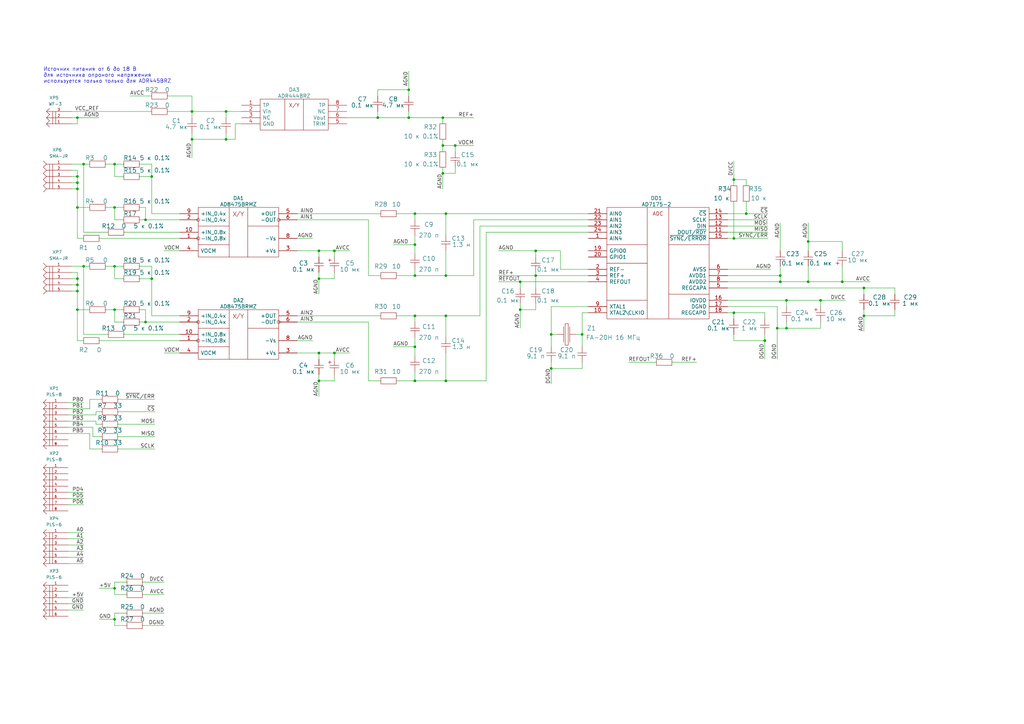
<source format=kicad_sch>
(kicad_sch (version 20211123) (generator eeschema)
  (paper "A3")
  (junction (at 331.47 99.06))
  (junction (at 62.23 72.39))
  (junction (at 181.61 59.69))
  (junction (at 219.71 113.03))
  (junction (at 313.69 139.7))
  (junction (at 336.55 123.19))
  (junction (at 300.99 73.66))
  (junction (at 130.81 114.3))
  (junction (at 137.16 102.87))
  (junction (at 59.69 132.08))
  (junction (at 322.58 123.19))
  (junction (at 170.18 100.33))
  (junction (at 181.61 71.12))
  (junction (at 31.75 85.09))
  (junction (at 46.99 85.09))
  (junction (at 170.18 156.21))
  (junction (at 182.88 156.21))
  (junction (at 170.18 142.24))
  (junction (at 170.18 113.03))
  (junction (at 167.64 36.83))
  (junction (at 322.58 134.62))
  (junction (at 137.16 144.78))
  (junction (at 34.29 109.22))
  (junction (at 46.99 109.22))
  (junction (at 62.23 114.3))
  (junction (at 34.29 67.31))
  (junction (at 31.75 127))
  (junction (at 345.44 115.57))
  (junction (at 92.71 45.72))
  (junction (at 320.04 115.57))
  (junction (at 354.33 129.54))
  (junction (at 238.76 137.16))
  (junction (at 46.99 254))
  (junction (at 181.61 48.26))
  (junction (at 31.75 74.93))
  (junction (at 31.75 48.26))
  (junction (at 331.47 115.57))
  (junction (at 31.75 77.47))
  (junction (at 130.81 156.21))
  (junction (at 31.75 116.84))
  (junction (at 130.81 144.78))
  (junction (at 92.71 57.15))
  (junction (at 46.99 67.31))
  (junction (at 213.36 127))
  (junction (at 213.36 115.57))
  (junction (at 354.33 118.11))
  (junction (at 46.99 241.3))
  (junction (at 182.88 87.63))
  (junction (at 226.06 151.13))
  (junction (at 170.18 129.54))
  (junction (at 31.75 114.3))
  (junction (at 78.74 45.72))
  (junction (at 59.69 90.17))
  (junction (at 186.69 59.69))
  (junction (at 226.06 137.16))
  (junction (at 46.99 127))
  (junction (at 182.88 129.54))
  (junction (at 154.94 48.26))
  (junction (at 130.81 102.87))
  (junction (at 306.07 87.63))
  (junction (at 320.04 113.03))
  (junction (at 318.77 134.62))
  (junction (at 300.99 97.79))
  (junction (at 31.75 72.39))
  (junction (at 78.74 57.15))
  (junction (at 170.18 87.63))
  (junction (at 167.64 48.26))
  (junction (at 219.71 102.87))
  (junction (at 300.99 128.27))
  (junction (at 182.88 113.03))
  (junction (at 31.75 119.38))
  (wire (pts (xy 213.36 124.46) (xy 213.36 127)))
  (wire (pts (xy 186.69 71.12) (xy 181.61 71.12)))
  (wire (pts (xy 367.03 129.54) (xy 367.03 127)))
  (wire (pts (xy 186.69 68.58) (xy 186.69 71.12)))
  (wire (pts (xy 29.21 77.47) (xy 31.75 77.47)))
  (wire (pts (xy 181.61 59.69) (xy 181.61 62.23)))
  (wire (pts (xy 298.45 97.79) (xy 300.99 97.79)))
  (wire (pts (xy 46.99 132.08) (xy 46.99 127)))
  (wire (pts (xy 50.8 137.16) (xy 73.66 137.16)))
  (wire (pts (xy 367.03 118.11) (xy 367.03 120.65)))
  (wire (pts (xy 96.52 50.8) (xy 96.52 57.15)))
  (wire (pts (xy 137.16 114.3) (xy 137.16 111.76)))
  (wire (pts (xy 27.94 231.14) (xy 34.29 231.14)))
  (wire (pts (xy 213.36 115.57) (xy 241.3 115.57)))
  (wire (pts (xy 336.55 123.19) (xy 346.71 123.19)))
  (wire (pts (xy 306.07 82.55) (xy 306.07 87.63)))
  (wire (pts (xy 322.58 123.19) (xy 322.58 125.73)))
  (wire (pts (xy 38.1 179.07) (xy 41.91 179.07)))
  (wire (pts (xy 156.21 129.54) (xy 121.92 129.54)))
  (wire (pts (xy 345.44 109.22) (xy 345.44 115.57)))
  (wire (pts (xy 46.99 127) (xy 50.8 127)))
  (wire (pts (xy 154.94 45.72) (xy 154.94 48.26)))
  (wire (pts (xy 298.45 115.57) (xy 320.04 115.57)))
  (wire (pts (xy 46.99 238.76) (xy 46.99 241.3)))
  (wire (pts (xy 182.88 87.63) (xy 182.88 96.52)))
  (wire (pts (xy 154.94 36.83) (xy 167.64 36.83)))
  (wire (pts (xy 27.94 223.52) (xy 34.29 223.52)))
  (wire (pts (xy 130.81 111.76) (xy 130.81 114.3)))
  (wire (pts (xy 130.81 144.78) (xy 130.81 147.32)))
  (wire (pts (xy 313.69 137.16) (xy 313.69 139.7)))
  (wire (pts (xy 57.15 72.39) (xy 62.23 72.39)))
  (wire (pts (xy 57.15 114.3) (xy 62.23 114.3)))
  (wire (pts (xy 29.21 114.3) (xy 31.75 114.3)))
  (wire (pts (xy 331.47 91.44) (xy 331.47 99.06)))
  (wire (pts (xy 34.29 95.25) (xy 44.45 95.25)))
  (wire (pts (xy 336.55 134.62) (xy 336.55 132.08)))
  (wire (pts (xy 27.94 167.64) (xy 36.83 167.64)))
  (wire (pts (xy 68.58 39.37) (xy 78.74 39.37)))
  (wire (pts (xy 78.74 45.72) (xy 92.71 45.72)))
  (wire (pts (xy 59.69 85.09) (xy 59.69 90.17)))
  (wire (pts (xy 27.94 207.01) (xy 34.29 207.01)))
  (wire (pts (xy 161.29 142.24) (xy 170.18 142.24)))
  (wire (pts (xy 46.99 85.09) (xy 50.8 85.09)))
  (wire (pts (xy 48.26 173.99) (xy 63.5 173.99)))
  (wire (pts (xy 57.15 132.08) (xy 59.69 132.08)))
  (wire (pts (xy 226.06 151.13) (xy 238.76 151.13)))
  (wire (pts (xy 204.47 102.87) (xy 219.71 102.87)))
  (wire (pts (xy 96.52 57.15) (xy 92.71 57.15)))
  (wire (pts (xy 31.75 97.79) (xy 34.29 97.79)))
  (wire (pts (xy 130.81 153.67) (xy 130.81 156.21)))
  (wire (pts (xy 170.18 156.21) (xy 182.88 156.21)))
  (wire (pts (xy 46.99 238.76) (xy 52.07 238.76)))
  (wire (pts (xy 31.75 69.85) (xy 31.75 72.39)))
  (wire (pts (xy 238.76 128.27) (xy 238.76 137.16)))
  (wire (pts (xy 170.18 90.17) (xy 170.18 87.63)))
  (wire (pts (xy 318.77 134.62) (xy 318.77 147.32)))
  (wire (pts (xy 316.23 110.49) (xy 298.45 110.49)))
  (wire (pts (xy 182.88 102.87) (xy 182.88 113.03)))
  (wire (pts (xy 27.94 172.72) (xy 39.37 172.72)))
  (wire (pts (xy 46.99 251.46) (xy 52.07 251.46)))
  (wire (pts (xy 130.81 156.21) (xy 137.16 156.21)))
  (wire (pts (xy 46.99 90.17) (xy 50.8 90.17)))
  (wire (pts (xy 58.42 256.54) (xy 67.31 256.54)))
  (wire (pts (xy 48.26 168.91) (xy 63.5 168.91)))
  (wire (pts (xy 167.64 48.26) (xy 181.61 48.26)))
  (wire (pts (xy 38.1 175.26) (xy 38.1 179.07)))
  (wire (pts (xy 213.36 118.11) (xy 213.36 115.57)))
  (wire (pts (xy 39.37 172.72) (xy 39.37 173.99)))
  (wire (pts (xy 130.81 114.3) (xy 130.81 120.65)))
  (wire (pts (xy 182.88 129.54) (xy 196.85 129.54)))
  (wire (pts (xy 130.81 156.21) (xy 130.81 162.56)))
  (wire (pts (xy 27.94 201.93) (xy 34.29 201.93)))
  (wire (pts (xy 62.23 114.3) (xy 62.23 129.54)))
  (wire (pts (xy 36.83 167.64) (xy 36.83 163.83)))
  (wire (pts (xy 31.75 116.84) (xy 31.75 119.38)))
  (wire (pts (xy 306.07 73.66) (xy 306.07 76.2)))
  (wire (pts (xy 181.61 59.69) (xy 186.69 59.69)))
  (wire (pts (xy 59.69 90.17) (xy 73.66 90.17)))
  (wire (pts (xy 151.13 90.17) (xy 151.13 113.03)))
  (wire (pts (xy 59.69 127) (xy 59.69 132.08)))
  (wire (pts (xy 50.8 95.25) (xy 73.66 95.25)))
  (wire (pts (xy 58.42 243.84) (xy 67.31 243.84)))
  (wire (pts (xy 78.74 39.37) (xy 78.74 45.72)))
  (wire (pts (xy 31.75 50.8) (xy 31.75 48.26)))
  (wire (pts (xy 318.77 134.62) (xy 322.58 134.62)))
  (wire (pts (xy 29.21 48.26) (xy 31.75 48.26)))
  (wire (pts (xy 137.16 156.21) (xy 137.16 153.67)))
  (wire (pts (xy 130.81 102.87) (xy 130.81 105.41)))
  (wire (pts (xy 57.15 67.31) (xy 62.23 67.31)))
  (wire (pts (xy 99.06 50.8) (xy 96.52 50.8)))
  (wire (pts (xy 78.74 54.61) (xy 78.74 57.15)))
  (wire (pts (xy 182.88 87.63) (xy 241.3 87.63)))
  (wire (pts (xy 199.39 95.25) (xy 241.3 95.25)))
  (wire (pts (xy 29.21 111.76) (xy 31.75 111.76)))
  (wire (pts (xy 121.92 144.78) (xy 130.81 144.78)))
  (wire (pts (xy 59.69 132.08) (xy 73.66 132.08)))
  (wire (pts (xy 62.23 39.37) (xy 53.34 39.37)))
  (wire (pts (xy 130.81 144.78) (xy 137.16 144.78)))
  (wire (pts (xy 27.94 220.98) (xy 34.29 220.98)))
  (wire (pts (xy 68.58 45.72) (xy 78.74 45.72)))
  (wire (pts (xy 92.71 57.15) (xy 78.74 57.15)))
  (wire (pts (xy 39.37 170.18) (xy 39.37 168.91)))
  (wire (pts (xy 322.58 134.62) (xy 336.55 134.62)))
  (wire (pts (xy 40.64 241.3) (xy 46.99 241.3)))
  (wire (pts (xy 300.99 139.7) (xy 313.69 139.7)))
  (wire (pts (xy 27.94 228.6) (xy 34.29 228.6)))
  (wire (pts (xy 226.06 125.73) (xy 226.06 137.16)))
  (wire (pts (xy 43.18 67.31) (xy 46.99 67.31)))
  (wire (pts (xy 170.18 110.49) (xy 170.18 113.03)))
  (wire (pts (xy 226.06 151.13) (xy 226.06 157.48)))
  (wire (pts (xy 29.21 119.38) (xy 31.75 119.38)))
  (wire (pts (xy 322.58 132.08) (xy 322.58 134.62)))
  (wire (pts (xy 226.06 148.59) (xy 226.06 151.13)))
  (wire (pts (xy 48.26 184.15) (xy 63.5 184.15)))
  (wire (pts (xy 313.69 128.27) (xy 313.69 130.81)))
  (wire (pts (xy 229.87 110.49) (xy 241.3 110.49)))
  (wire (pts (xy 298.45 128.27) (xy 300.99 128.27)))
  (wire (pts (xy 40.64 139.7) (xy 73.66 139.7)))
  (wire (pts (xy 300.99 73.66) (xy 300.99 76.2)))
  (wire (pts (xy 331.47 99.06) (xy 345.44 99.06)))
  (wire (pts (xy 36.83 163.83) (xy 41.91 163.83)))
  (wire (pts (xy 121.92 87.63) (xy 156.21 87.63)))
  (wire (pts (xy 170.18 96.52) (xy 170.18 100.33)))
  (wire (pts (xy 186.69 59.69) (xy 194.31 59.69)))
  (wire (pts (xy 27.94 218.44) (xy 34.29 218.44)))
  (wire (pts (xy 298.45 95.25) (xy 314.96 95.25)))
  (wire (pts (xy 57.15 90.17) (xy 59.69 90.17)))
  (wire (pts (xy 29.21 74.93) (xy 31.75 74.93)))
  (wire (pts (xy 46.99 114.3) (xy 46.99 109.22)))
  (wire (pts (xy 241.3 125.73) (xy 226.06 125.73)))
  (wire (pts (xy 167.64 36.83) (xy 167.64 39.37)))
  (wire (pts (xy 46.99 254) (xy 46.99 256.54)))
  (wire (pts (xy 137.16 144.78) (xy 143.51 144.78)))
  (wire (pts (xy 354.33 118.11) (xy 367.03 118.11)))
  (wire (pts (xy 345.44 99.06) (xy 345.44 102.87)))
  (wire (pts (xy 36.83 177.8) (xy 36.83 184.15)))
  (wire (pts (xy 196.85 129.54) (xy 196.85 92.71)))
  (wire (pts (xy 46.99 90.17) (xy 46.99 85.09)))
  (wire (pts (xy 29.21 72.39) (xy 31.75 72.39)))
  (wire (pts (xy 300.99 82.55) (xy 300.99 97.79)))
  (wire (pts (xy 213.36 127) (xy 213.36 134.62)))
  (wire (pts (xy 29.21 45.72) (xy 62.23 45.72)))
  (wire (pts (xy 151.13 156.21) (xy 156.21 156.21)))
  (wire (pts (xy 27.94 170.18) (xy 39.37 170.18)))
  (wire (pts (xy 204.47 115.57) (xy 213.36 115.57)))
  (wire (pts (xy 331.47 115.57) (xy 345.44 115.57)))
  (wire (pts (xy 182.88 129.54) (xy 182.88 138.43)))
  (wire (pts (xy 170.18 152.4) (xy 170.18 156.21)))
  (wire (pts (xy 27.94 250.19) (xy 34.29 250.19)))
  (wire (pts (xy 219.71 102.87) (xy 229.87 102.87)))
  (wire (pts (xy 36.83 184.15) (xy 41.91 184.15)))
  (wire (pts (xy 298.45 125.73) (xy 318.77 125.73)))
  (wire (pts (xy 39.37 173.99) (xy 41.91 173.99)))
  (wire (pts (xy 121.92 132.08) (xy 151.13 132.08)))
  (wire (pts (xy 196.85 92.71) (xy 241.3 92.71)))
  (wire (pts (xy 238.76 137.16) (xy 238.76 142.24)))
  (wire (pts (xy 186.69 62.23) (xy 186.69 59.69)))
  (wire (pts (xy 57.15 127) (xy 59.69 127)))
  (wire (pts (xy 219.71 127) (xy 213.36 127)))
  (wire (pts (xy 46.99 67.31) (xy 50.8 67.31)))
  (wire (pts (xy 34.29 109.22) (xy 34.29 137.16)))
  (wire (pts (xy 137.16 147.32) (xy 137.16 144.78)))
  (wire (pts (xy 331.47 99.06) (xy 331.47 102.87)))
  (wire (pts (xy 151.13 132.08) (xy 151.13 156.21)))
  (wire (pts (xy 31.75 111.76) (xy 31.75 114.3)))
  (wire (pts (xy 40.64 97.79) (xy 73.66 97.79)))
  (wire (pts (xy 62.23 87.63) (xy 73.66 87.63)))
  (wire (pts (xy 320.04 113.03) (xy 320.04 115.57)))
  (wire (pts (xy 29.21 69.85) (xy 31.75 69.85)))
  (wire (pts (xy 48.26 179.07) (xy 63.5 179.07)))
  (wire (pts (xy 298.45 113.03) (xy 320.04 113.03)))
  (wire (pts (xy 27.94 175.26) (xy 38.1 175.26)))
  (wire (pts (xy 67.31 144.78) (xy 73.66 144.78)))
  (wire (pts (xy 320.04 109.22) (xy 320.04 113.03)))
  (wire (pts (xy 128.27 139.7) (xy 121.92 139.7)))
  (wire (pts (xy 78.74 45.72) (xy 78.74 48.26)))
  (wire (pts (xy 121.92 102.87) (xy 130.81 102.87)))
  (wire (pts (xy 170.18 100.33) (xy 170.18 104.14)))
  (wire (pts (xy 181.61 57.15) (xy 181.61 59.69)))
  (wire (pts (xy 92.71 54.61) (xy 92.71 57.15)))
  (wire (pts (xy 40.64 254) (xy 46.99 254)))
  (wire (pts (xy 36.83 127) (xy 31.75 127)))
  (wire (pts (xy 151.13 113.03) (xy 156.21 113.03)))
  (wire (pts (xy 182.88 113.03) (xy 194.31 113.03)))
  (wire (pts (xy 34.29 109.22) (xy 36.83 109.22)))
  (wire (pts (xy 46.99 241.3) (xy 46.99 243.84)))
  (wire (pts (xy 238.76 151.13) (xy 238.76 148.59)))
  (wire (pts (xy 300.99 137.16) (xy 300.99 139.7)))
  (wire (pts (xy 27.94 165.1) (xy 34.29 165.1)))
  (wire (pts (xy 43.18 85.09) (xy 46.99 85.09)))
  (wire (pts (xy 62.23 109.22) (xy 62.23 114.3)))
  (wire (pts (xy 167.64 45.72) (xy 167.64 48.26)))
  (wire (pts (xy 31.75 139.7) (xy 34.29 139.7)))
  (wire (pts (xy 300.99 97.79) (xy 314.96 97.79)))
  (wire (pts (xy 257.81 148.59) (xy 269.24 148.59)))
  (wire (pts (xy 219.71 105.41) (xy 219.71 102.87)))
  (wire (pts (xy 62.23 67.31) (xy 62.23 72.39)))
  (wire (pts (xy 130.81 114.3) (xy 137.16 114.3)))
  (wire (pts (xy 130.81 102.87) (xy 137.16 102.87)))
  (wire (pts (xy 182.88 156.21) (xy 199.39 156.21)))
  (wire (pts (xy 298.45 118.11) (xy 354.33 118.11)))
  (wire (pts (xy 154.94 39.37) (xy 154.94 36.83)))
  (wire (pts (xy 162.56 87.63) (xy 170.18 87.63)))
  (wire (pts (xy 354.33 127) (xy 354.33 129.54)))
  (wire (pts (xy 313.69 139.7) (xy 313.69 147.32)))
  (wire (pts (xy 27.94 247.65) (xy 34.29 247.65)))
  (wire (pts (xy 298.45 87.63) (xy 306.07 87.63)))
  (wire (pts (xy 300.99 73.66) (xy 306.07 73.66)))
  (wire (pts (xy 57.15 85.09) (xy 59.69 85.09)))
  (wire (pts (xy 27.94 204.47) (xy 34.29 204.47)))
  (wire (pts (xy 181.61 68.58) (xy 181.61 71.12)))
  (wire (pts (xy 161.29 100.33) (xy 170.18 100.33)))
  (wire (pts (xy 46.99 72.39) (xy 46.99 67.31)))
  (wire (pts (xy 300.99 66.04) (xy 300.99 73.66)))
  (wire (pts (xy 142.24 48.26) (xy 154.94 48.26)))
  (wire (pts (xy 43.18 109.22) (xy 46.99 109.22)))
  (wire (pts (xy 204.47 113.03) (xy 219.71 113.03)))
  (wire (pts (xy 170.18 142.24) (xy 170.18 146.05)))
  (wire (pts (xy 137.16 105.41) (xy 137.16 102.87)))
  (wire (pts (xy 314.96 92.71) (xy 298.45 92.71)))
  (wire (pts (xy 219.71 111.76) (xy 219.71 113.03)))
  (wire (pts (xy 29.21 116.84) (xy 31.75 116.84)))
  (wire (pts (xy 39.37 168.91) (xy 41.91 168.91)))
  (wire (pts (xy 67.31 102.87) (xy 73.66 102.87)))
  (wire (pts (xy 162.56 113.03) (xy 170.18 113.03)))
  (wire (pts (xy 181.61 48.26) (xy 194.31 48.26)))
  (wire (pts (xy 58.42 251.46) (xy 67.31 251.46)))
  (wire (pts (xy 46.99 251.46) (xy 46.99 254)))
  (wire (pts (xy 167.64 29.21) (xy 167.64 36.83)))
  (wire (pts (xy 78.74 57.15) (xy 78.74 64.77)))
  (wire (pts (xy 194.31 90.17) (xy 241.3 90.17)))
  (wire (pts (xy 241.3 128.27) (xy 238.76 128.27)))
  (wire (pts (xy 219.71 113.03) (xy 219.71 118.11)))
  (wire (pts (xy 29.21 109.22) (xy 34.29 109.22)))
  (wire (pts (xy 219.71 113.03) (xy 241.3 113.03)))
  (wire (pts (xy 162.56 129.54) (xy 170.18 129.54)))
  (wire (pts (xy 320.04 115.57) (xy 331.47 115.57)))
  (wire (pts (xy 336.55 125.73) (xy 336.55 123.19)))
  (wire (pts (xy 345.44 115.57) (xy 356.87 115.57)))
  (wire (pts (xy 170.18 138.43) (xy 170.18 142.24)))
  (wire (pts (xy 92.71 45.72) (xy 92.71 48.26)))
  (wire (pts (xy 121.92 90.17) (xy 151.13 90.17)))
  (wire (pts (xy 31.75 85.09) (xy 31.75 97.79)))
  (wire (pts (xy 62.23 129.54) (xy 73.66 129.54)))
  (wire (pts (xy 219.71 124.46) (xy 219.71 127)))
  (wire (pts (xy 306.07 87.63) (xy 314.96 87.63)))
  (wire (pts (xy 170.18 87.63) (xy 182.88 87.63)))
  (wire (pts (xy 226.06 137.16) (xy 226.06 142.24)))
  (wire (pts (xy 354.33 129.54) (xy 354.33 135.89)))
  (wire (pts (xy 354.33 120.65) (xy 354.33 118.11)))
  (wire (pts (xy 322.58 123.19) (xy 336.55 123.19)))
  (wire (pts (xy 170.18 129.54) (xy 182.88 129.54)))
  (wire (pts (xy 27.94 245.11) (xy 34.29 245.11)))
  (wire (pts (xy 154.94 48.26) (xy 167.64 48.26)))
  (wire (pts (xy 31.75 119.38) (xy 31.75 127)))
  (wire (pts (xy 58.42 238.76) (xy 67.31 238.76)))
  (wire (pts (xy 48.26 163.83) (xy 63.5 163.83)))
  (wire (pts (xy 46.99 109.22) (xy 50.8 109.22)))
  (wire (pts (xy 181.61 48.26) (xy 181.61 50.8)))
  (wire (pts (xy 31.75 127) (xy 31.75 139.7)))
  (wire (pts (xy 31.75 114.3) (xy 31.75 116.84)))
  (wire (pts (xy 46.99 72.39) (xy 50.8 72.39)))
  (wire (pts (xy 31.75 77.47) (xy 31.75 85.09)))
  (wire (pts (xy 181.61 71.12) (xy 181.61 77.47)))
  (wire (pts (xy 29.21 50.8) (xy 31.75 50.8)))
  (wire (pts (xy 162.56 156.21) (xy 170.18 156.21)))
  (wire (pts (xy 199.39 156.21) (xy 199.39 95.25)))
  (wire (pts (xy 170.18 113.03) (xy 182.88 113.03)))
  (wire (pts (xy 31.75 74.93) (xy 31.75 77.47)))
  (wire (pts (xy 57.15 109.22) (xy 62.23 109.22)))
  (wire (pts (xy 34.29 67.31) (xy 36.83 67.31)))
  (wire (pts (xy 300.99 130.81) (xy 300.99 128.27)))
  (wire (pts (xy 331.47 115.57) (xy 331.47 109.22)))
  (wire (pts (xy 228.6 137.16) (xy 226.06 137.16)))
  (wire (pts (xy 300.99 128.27) (xy 313.69 128.27)))
  (wire (pts (xy 92.71 45.72) (xy 99.06 45.72)))
  (wire (pts (xy 320.04 102.87) (xy 320.04 91.44)))
  (wire (pts (xy 194.31 113.03) (xy 194.31 90.17)))
  (wire (pts (xy 236.22 137.16) (xy 238.76 137.16)))
  (wire (pts (xy 31.75 48.26) (xy 40.64 48.26)))
  (wire (pts (xy 34.29 67.31) (xy 34.29 95.25)))
  (wire (pts (xy 46.99 132.08) (xy 50.8 132.08)))
  (wire (pts (xy 318.77 125.73) (xy 318.77 134.62)))
  (wire (pts (xy 34.29 137.16) (xy 44.45 137.16)))
  (wire (pts (xy 29.21 67.31) (xy 34.29 67.31)))
  (wire (pts (xy 275.59 148.59) (xy 285.75 148.59)))
  (wire (pts (xy 137.16 102.87) (xy 143.51 102.87)))
  (wire (pts (xy 62.23 72.39) (xy 62.23 87.63)))
  (wire (pts (xy 46.99 256.54) (xy 52.07 256.54)))
  (wire (pts (xy 31.75 72.39) (xy 31.75 74.93)))
  (wire (pts (xy 27.94 177.8) (xy 36.83 177.8)))
  (wire (pts (xy 298.45 123.19) (xy 322.58 123.19)))
  (wire (pts (xy 27.94 226.06) (xy 34.29 226.06)))
  (wire (pts (xy 298.45 90.17) (xy 314.96 90.17)))
  (wire (pts (xy 229.87 102.87) (xy 229.87 110.49)))
  (wire (pts (xy 36.83 85.09) (xy 31.75 85.09)))
  (wire (pts (xy 182.88 156.21) (xy 182.88 144.78)))
  (wire (pts (xy 43.18 127) (xy 46.99 127)))
  (wire (pts (xy 128.27 97.79) (xy 121.92 97.79)))
  (wire (pts (xy 354.33 129.54) (xy 367.03 129.54)))
  (wire (pts (xy 46.99 243.84) (xy 52.07 243.84)))
  (wire (pts (xy 46.99 114.3) (xy 50.8 114.3)))
  (wire (pts (xy 170.18 132.08) (xy 170.18 129.54)))
  (text "Источник питания от 6 до 18 В\nдля источника опроного напряжения\nиспользуется только только для ADR445BRZ" (at 17.78 34.29 0) (effects (font (size 1.524 1.524)) (justify left bottom)))
  (label "DGND" (at 313.69 147.32 90) (effects (font (size 1.524 1.524))))
  (label "AGND" (at 354.33 135.89 90) (effects (font (size 1.524 1.524))))
  (label "AGND" (at 316.23 110.49 180) (effects (font (size 1.524 1.524))))
  (label "A0" (at 34.29 218.44 180) (effects (font (size 1.524 1.524))))
  (label "AGND" (at 167.64 29.21 270) (effects (font (size 1.524 1.524))))
  (label "REF+" (at 204.47 113.03 0) (effects (font (size 1.524 1.524))))
  (label "PB2" (at 34.29 170.18 180) (effects (font (size 1.524 1.524))))
  (label "AGND" (at 40.64 48.26 180) (effects (font (size 1.524 1.524))))
  (label "AVCC" (at 53.34 39.37 0) (effects (font (size 1.524 1.524))))
  (label "SCLK" (at 63.5 184.15 180) (effects (font (size 1.524 1.524))))
  (label "~{SYNC}/ERR" (at 314.96 97.79 180) (effects (font (size 1.524 1.524))))
  (label "REF+" (at 194.31 48.26 180) (effects (font (size 1.524 1.524))))
  (label "PD4" (at 34.29 201.93 180) (effects (font (size 1.524 1.524))))
  (label "AGND" (at 161.29 142.24 0) (effects (font (size 1.524 1.524))))
  (label "VCC_REF" (at 40.64 45.72 180) (effects (font (size 1.524 1.524))))
  (label "VOCM" (at 194.31 59.69 180) (effects (font (size 1.524 1.524))))
  (label "AGND" (at 204.47 102.87 0) (effects (font (size 1.524 1.524))))
  (label "A1" (at 34.29 220.98 180) (effects (font (size 1.524 1.524))))
  (label "AIN3" (at 123.19 132.08 0) (effects (font (size 1.524 1.524))))
  (label "MISO" (at 314.96 95.25 180) (effects (font (size 1.524 1.524))))
  (label "PB4" (at 34.29 175.26 180) (effects (font (size 1.524 1.524))))
  (label "AIN1" (at 123.19 90.17 0) (effects (font (size 1.524 1.524))))
  (label "PB5" (at 34.29 177.8 180) (effects (font (size 1.524 1.524))))
  (label "A5" (at 34.29 231.14 180) (effects (font (size 1.524 1.524))))
  (label "A3" (at 34.29 226.06 180) (effects (font (size 1.524 1.524))))
  (label "AGND" (at 331.47 91.44 270) (effects (font (size 1.524 1.524))))
  (label "SCLK" (at 314.96 90.17 180) (effects (font (size 1.524 1.524))))
  (label "AGND" (at 213.36 134.62 90) (effects (font (size 1.524 1.524))))
  (label "DGND" (at 226.06 157.48 90) (effects (font (size 1.524 1.524))))
  (label "~{SYNC}/ERR" (at 63.5 163.83 180) (effects (font (size 1.524 1.524))))
  (label "PB1" (at 34.29 167.64 180) (effects (font (size 1.524 1.524))))
  (label "PD5" (at 34.29 204.47 180) (effects (font (size 1.524 1.524))))
  (label "AGND" (at 128.27 139.7 180) (effects (font (size 1.524 1.524))))
  (label "AGND" (at 320.04 91.44 270) (effects (font (size 1.524 1.524))))
  (label "MISO" (at 63.5 179.07 180) (effects (font (size 1.524 1.524))))
  (label "DVCC" (at 346.71 123.19 180) (effects (font (size 1.524 1.524))))
  (label "AVCC" (at 67.31 243.84 180) (effects (font (size 1.524 1.524))))
  (label "PD6" (at 34.29 207.01 180) (effects (font (size 1.524 1.524))))
  (label "GND" (at 34.29 250.19 180) (effects (font (size 1.524 1.524))))
  (label "PB0" (at 34.29 165.1 180) (effects (font (size 1.524 1.524))))
  (label "AGND" (at 128.27 97.79 180) (effects (font (size 1.524 1.524))))
  (label "GND" (at 40.64 254 0) (effects (font (size 1.524 1.524))))
  (label "AIN2" (at 123.19 129.54 0) (effects (font (size 1.524 1.524))))
  (label "AGND" (at 78.74 64.77 90) (effects (font (size 1.524 1.524))))
  (label "REF+" (at 285.75 148.59 180) (effects (font (size 1.524 1.524))))
  (label "AVCC" (at 143.51 144.78 180) (effects (font (size 1.524 1.524))))
  (label "VOCM" (at 67.31 102.87 0) (effects (font (size 1.524 1.524))))
  (label "AVCC" (at 356.87 115.57 180) (effects (font (size 1.524 1.524))))
  (label "DVCC" (at 300.99 66.04 270) (effects (font (size 1.524 1.524))))
  (label "MOSI" (at 63.5 173.99 180) (effects (font (size 1.524 1.524))))
  (label "DGND" (at 318.77 147.32 90) (effects (font (size 1.524 1.524))))
  (label "REFOUT" (at 257.81 148.59 0) (effects (font (size 1.524 1.524))))
  (label "VOCM" (at 67.31 144.78 0) (effects (font (size 1.524 1.524))))
  (label "DVCC" (at 67.31 238.76 180) (effects (font (size 1.524 1.524))))
  (label "AGND" (at 67.31 251.46 180) (effects (font (size 1.524 1.524))))
  (label "PB3" (at 34.29 172.72 180) (effects (font (size 1.524 1.524))))
  (label "MOSI" (at 314.96 92.71 180) (effects (font (size 1.524 1.524))))
  (label "~{CS}" (at 314.96 87.63 180) (effects (font (size 1.524 1.524))))
  (label "AGND" (at 181.61 77.47 90) (effects (font (size 1.524 1.524))))
  (label "A2" (at 34.29 223.52 180) (effects (font (size 1.524 1.524))))
  (label "REFOUT" (at 204.47 115.57 0) (effects (font (size 1.524 1.524))))
  (label "AVCC" (at 143.51 102.87 180) (effects (font (size 1.524 1.524))))
  (label "+5V" (at 34.29 245.11 180) (effects (font (size 1.524 1.524))))
  (label "DGND" (at 67.31 256.54 180) (effects (font (size 1.524 1.524))))
  (label "AGND" (at 161.29 100.33 0) (effects (font (size 1.524 1.524))))
  (label "~{CS}" (at 63.5 168.91 180) (effects (font (size 1.524 1.524))))
  (label "AGND" (at 130.81 120.65 90) (effects (font (size 1.524 1.524))))
  (label "AIN0" (at 123.19 87.63 0) (effects (font (size 1.524 1.524))))
  (label "+5V" (at 40.64 241.3 0) (effects (font (size 1.524 1.524))))
  (label "GND" (at 34.29 247.65 180) (effects (font (size 1.524 1.524))))
  (label "AGND" (at 130.81 162.56 90) (effects (font (size 1.524 1.524))))
  (label "A4" (at 34.29 228.6 180) (effects (font (size 1.524 1.524))))
  (symbol (lib_id "modul_adc_ad7175-2-rescue:AD7175-2") (at 248.92 85.09 0) (unit 1)
    (property "Reference" "DD1" (at 269.24 81.28 0) (effects (font (size 1.524 1.524))))
    (property "Value" "AD7175-2" (at 269.24 83.82 0) (effects (font (size 1.524 1.524))))
    (property "Footprint" "IWsmd_case:TSOP24" (effects hide))
  )
  (symbol (lib_id "modul_adc_ad7175-2-rescue:AD443") (at 106.68 40.64 0) (unit 1)
    (property "Reference" "DA3" (at 120.65 36.83 0) (effects (font (size 1.524 1.524))))
    (property "Value" "ADR444BRZ" (at 120.65 39.37 0) (effects (font (size 1.524 1.524))))
    (property "Footprint" "IWsmd_case:SOIC8" (effects hide))
  )
  (symbol (lib_id "modul_adc_ad7175-2-rescue:CAPITORS") (at 78.74 48.26 270) (unit 1)
    (property "Reference" "C1" (at 72.39 49.53 90) (effects (font (size 1.8034 1.8034))))
    (property "Value" "4.7 мк" (at 72.39 52.07 90) (effects (font (size 1.8034 1.8034))))
    (property "Footprint" "IWsmd_case:SMD0805" (effects hide))
  )
  (symbol (lib_id "modul_adc_ad7175-2-rescue:CAPITORS") (at 92.71 48.26 270) (unit 1)
    (property "Reference" "C2" (at 86.36 49.53 90) (effects (font (size 1.8034 1.8034))))
    (property "Value" "0.1 мк" (at 86.36 52.07 90) (effects (font (size 1.8034 1.8034))))
    (property "Footprint" "IWsmd_case:SMD0805" (effects hide))
  )
  (symbol (lib_id "modul_adc_ad7175-2-rescue:CAPITORS") (at 322.58 125.73 90) (mirror x) (unit 1)
    (property "Reference" "C24" (at 328.93 128.27 90) (effects (font (size 1.8034 1.8034))))
    (property "Value" "0.1 мк" (at 328.93 130.81 90) (effects (font (size 1.8034 1.8034))))
    (property "Footprint" "IWsmd_case:SMD0805" (effects hide))
  )
  (symbol (lib_id "modul_adc_ad7175-2-rescue:CAPITORS") (at 167.64 39.37 270) (unit 1)
    (property "Reference" "C8" (at 161.29 40.64 90) (effects (font (size 1.8034 1.8034))))
    (property "Value" "4.7 мк" (at 161.29 43.18 90) (effects (font (size 1.8034 1.8034))))
    (property "Footprint" "IWsmd_case:SMD0805" (effects hide))
  )
  (symbol (lib_id "modul_adc_ad7175-2-rescue:CAPITORS") (at 154.94 39.37 270) (unit 1)
    (property "Reference" "C7" (at 148.59 40.64 90) (effects (font (size 1.8034 1.8034))))
    (property "Value" "0.1 мк" (at 148.59 43.18 90) (effects (font (size 1.8034 1.8034))))
    (property "Footprint" "IWsmd_case:SMD0805" (effects hide))
  )
  (symbol (lib_id "modul_adc_ad7175-2-rescue:CAPITORS") (at 213.36 118.11 270) (unit 1)
    (property "Reference" "C16" (at 208.28 119.38 90) (effects (font (size 1.8034 1.8034))))
    (property "Value" "0.1 мк" (at 208.28 123.19 90) (effects (font (size 1.8034 1.8034))))
    (property "Footprint" "IWsmd_case:SMD0805" (effects hide))
  )
  (symbol (lib_id "modul_adc_ad7175-2-rescue:QUARTZ_RESONATOR") (at 228.6 137.16 0) (unit 1)
    (property "Reference" "Z1" (at 242.57 134.62 0) (effects (font (size 1.8034 1.8034))))
    (property "Value" "FA-20H 16 МГц" (at 251.46 138.43 0) (effects (font (size 1.8034 1.8034))))
    (property "Footprint" "IWsmd_case:EPSON_FA-20H" (effects hide))
  )
  (symbol (lib_id "modul_adc_ad7175-2-rescue:CAPITORS") (at 226.06 142.24 270) (unit 1)
    (property "Reference" "C19" (at 219.71 143.51 90) (effects (font (size 1.8034 1.8034))))
    (property "Value" "9.1 п" (at 219.71 146.05 90) (effects (font (size 1.8034 1.8034))))
    (property "Footprint" "IWsmd_case:SMD0805" (effects hide))
  )
  (symbol (lib_id "modul_adc_ad7175-2-rescue:CAPITORS") (at 238.76 142.24 270) (unit 1)
    (property "Reference" "C20" (at 232.41 143.51 90) (effects (font (size 1.8034 1.8034))))
    (property "Value" "9.1 п" (at 232.41 146.05 90) (effects (font (size 1.8034 1.8034))))
    (property "Footprint" "IWsmd_case:SMD0805" (effects hide))
  )
  (symbol (lib_id "modul_adc_ad7175-2-rescue:CAPITORS") (at 367.03 120.65 90) (mirror x) (unit 1)
    (property "Reference" "C29" (at 373.38 121.92 90) (effects (font (size 1.8034 1.8034))))
    (property "Value" "1 мк" (at 373.38 124.46 90) (effects (font (size 1.8034 1.8034))))
    (property "Footprint" "IWsmd_case:SMD0805" (effects hide))
  )
  (symbol (lib_id "modul_adc_ad7175-2-rescue:CAPITORS") (at 354.33 120.65 90) (mirror x) (unit 1)
    (property "Reference" "C28" (at 360.68 121.92 90) (effects (font (size 1.8034 1.8034))))
    (property "Value" "0.1 мк" (at 360.68 124.46 90) (effects (font (size 1.8034 1.8034))))
    (property "Footprint" "IWsmd_case:SMD0805" (effects hide))
  )
  (symbol (lib_id "modul_adc_ad7175-2-rescue:CAPITORS") (at 313.69 130.81 270) (unit 1)
    (property "Reference" "C22" (at 307.34 132.08 90) (effects (font (size 1.8034 1.8034))))
    (property "Value" "1 мк" (at 307.34 134.62 90) (effects (font (size 1.8034 1.8034))))
    (property "Footprint" "IWsmd_case:SMD0805" (effects hide))
  )
  (symbol (lib_id "modul_adc_ad7175-2-rescue:CAPITORS") (at 300.99 130.81 270) (unit 1)
    (property "Reference" "C21" (at 294.64 132.08 90) (effects (font (size 1.8034 1.8034))))
    (property "Value" "0.1 мк" (at 294.64 134.62 90) (effects (font (size 1.8034 1.8034))))
    (property "Footprint" "IWsmd_case:SMD0805" (effects hide))
  )
  (symbol (lib_id "modul_adc_ad7175-2-rescue:CAPITORS") (at 320.04 102.87 90) (mirror x) (unit 1)
    (property "Reference" "C23" (at 325.12 104.14 90) (effects (font (size 1.8034 1.8034))))
    (property "Value" "0.1 мк" (at 325.12 107.95 90) (effects (font (size 1.8034 1.8034))))
    (property "Footprint" "IWsmd_case:SMD0805" (effects hide))
  )
  (symbol (lib_id "modul_adc_ad7175-2-rescue:CAPITORS") (at 331.47 102.87 90) (mirror x) (unit 1)
    (property "Reference" "C25" (at 336.55 104.14 90) (effects (font (size 1.8034 1.8034))))
    (property "Value" "0.1 мк" (at 336.55 107.95 90) (effects (font (size 1.8034 1.8034))))
    (property "Footprint" "IWsmd_case:SMD0805" (effects hide))
  )
  (symbol (lib_id "modul_adc_ad7175-2-rescue:RESISTOR") (at 300.99 76.2 90) (mirror x) (unit 1)
    (property "Reference" "R34" (at 297.18 77.47 90) (effects (font (size 1.8034 1.8034))))
    (property "Value" "10 к" (at 295.91 81.28 90) (effects (font (size 1.8034 1.8034))))
    (property "Footprint" "IWsmd_case:SMD0805" (effects hide))
  )
  (symbol (lib_id "modul_adc_ad7175-2-rescue:RESISTOR") (at 306.07 76.2 270) (unit 1)
    (property "Reference" "R35" (at 309.88 77.47 90) (effects (font (size 1.8034 1.8034))))
    (property "Value" "10 к" (at 311.15 81.28 90) (effects (font (size 1.8034 1.8034))))
    (property "Footprint" "IWsmd_case:SMD0805" (effects hide))
  )
  (symbol (lib_id "modul_adc_ad7175-2-rescue:RESISTOR") (at 41.91 173.99 0) (unit 1)
    (property "Reference" "R8" (at 41.91 171.45 0) (effects (font (size 1.8034 1.8034))))
    (property "Value" "33" (at 48.26 171.45 0) (effects (font (size 1.8034 1.8034))))
    (property "Footprint" "IWsmd_case:SMD0805" (effects hide))
  )
  (symbol (lib_id "modul_adc_ad7175-2-rescue:RESISTOR") (at 41.91 163.83 0) (unit 1)
    (property "Reference" "R11" (at 41.91 161.29 0) (effects (font (size 1.8034 1.8034))))
    (property "Value" "0" (at 48.26 161.29 0) (effects (font (size 1.8034 1.8034))))
    (property "Footprint" "IWsmd_case:SMD0805" (effects hide))
  )
  (symbol (lib_id "modul_adc_ad7175-2-rescue:RESISTOR") (at 41.91 179.07 0) (unit 1)
    (property "Reference" "R9" (at 41.91 176.53 0) (effects (font (size 1.8034 1.8034))))
    (property "Value" "33" (at 48.26 176.53 0) (effects (font (size 1.8034 1.8034))))
    (property "Footprint" "IWsmd_case:SMD0805" (effects hide))
  )
  (symbol (lib_id "modul_adc_ad7175-2-rescue:RESISTOR") (at 41.91 184.15 0) (unit 1)
    (property "Reference" "R10" (at 41.91 181.61 0) (effects (font (size 1.8034 1.8034))))
    (property "Value" "33" (at 48.26 181.61 0) (effects (font (size 1.8034 1.8034))))
    (property "Footprint" "IWsmd_case:SMD0805" (effects hide))
  )
  (symbol (lib_id "modul_adc_ad7175-2-rescue:RESISTOR") (at 41.91 168.91 0) (unit 1)
    (property "Reference" "R7" (at 41.91 166.37 0) (effects (font (size 1.8034 1.8034))))
    (property "Value" "33" (at 48.26 166.37 0) (effects (font (size 1.8034 1.8034))))
    (property "Footprint" "IWsmd_case:SMD0805" (effects hide))
  )
  (symbol (lib_id "modul_adc_ad7175-2-rescue:CAPITORS_ELECTROLYTIC") (at 336.55 125.73 90) (mirror x) (unit 1)
    (property "Reference" "C26" (at 342.9 128.27 90) (effects (font (size 1.8034 1.8034))))
    (property "Value" "10 мк" (at 342.9 130.81 90) (effects (font (size 1.8034 1.8034))))
    (property "Footprint" "IWsmd_case:CASE_B" (effects hide))
  )
  (symbol (lib_id "modul_adc_ad7175-2-rescue:RESISTOR") (at 156.21 87.63 0) (unit 1)
    (property "Reference" "R28" (at 156.21 83.82 0) (effects (font (size 1.8034 1.8034))))
    (property "Value" "10" (at 162.56 83.82 0) (effects (font (size 1.8034 1.8034))))
    (property "Footprint" "IWsmd_case:SMD0805" (effects hide))
  )
  (symbol (lib_id "modul_adc_ad7175-2-rescue:RESISTOR") (at 156.21 113.03 0) (unit 1)
    (property "Reference" "R29" (at 156.21 109.22 0) (effects (font (size 1.8034 1.8034))))
    (property "Value" "10" (at 162.56 109.22 0) (effects (font (size 1.8034 1.8034))))
    (property "Footprint" "IWsmd_case:SMD0805" (effects hide))
  )
  (symbol (lib_id "modul_adc_ad7175-2-rescue:RESISTOR") (at 156.21 129.54 0) (unit 1)
    (property "Reference" "R30" (at 156.21 125.73 0) (effects (font (size 1.8034 1.8034))))
    (property "Value" "10" (at 162.56 125.73 0) (effects (font (size 1.8034 1.8034))))
    (property "Footprint" "IWsmd_case:SMD0805" (effects hide))
  )
  (symbol (lib_id "modul_adc_ad7175-2-rescue:RESISTOR") (at 156.21 156.21 0) (unit 1)
    (property "Reference" "R31" (at 156.21 152.4 0) (effects (font (size 1.8034 1.8034))))
    (property "Value" "10" (at 162.56 152.4 0) (effects (font (size 1.8034 1.8034))))
    (property "Footprint" "IWsmd_case:SMD0805" (effects hide))
  )
  (symbol (lib_id "modul_adc_ad7175-2-rescue:CAPITORS") (at 182.88 138.43 90) (mirror x) (unit 1)
    (property "Reference" "C14" (at 187.96 139.7 90) (effects (font (size 1.8034 1.8034))))
    (property "Value" "1.3 н" (at 189.23 142.24 90) (effects (font (size 1.8034 1.8034))))
    (property "Footprint" "IWsmd_case:SMD0805" (effects hide))
  )
  (symbol (lib_id "modul_adc_ad7175-2-rescue:CAPITORS") (at 219.71 105.41 90) (mirror x) (unit 1)
    (property "Reference" "C17" (at 224.79 106.68 90) (effects (font (size 1.8034 1.8034))))
    (property "Value" "0.1 мк" (at 224.79 110.49 90) (effects (font (size 1.8034 1.8034))))
    (property "Footprint" "IWsmd_case:SMD0805" (effects hide))
  )
  (symbol (lib_id "modul_adc_ad7175-2-rescue:CAPITORS") (at 219.71 118.11 90) (mirror x) (unit 1)
    (property "Reference" "C18" (at 224.79 119.38 90) (effects (font (size 1.8034 1.8034))))
    (property "Value" "0.1 мк" (at 224.79 123.19 90) (effects (font (size 1.8034 1.8034))))
    (property "Footprint" "IWsmd_case:SMD0805" (effects hide))
  )
  (symbol (lib_id "modul_adc_ad7175-2-rescue:RESISTOR") (at 181.61 50.8 90) (mirror x) (unit 1)
    (property "Reference" "R32" (at 176.53 52.07 90) (effects (font (size 1.8034 1.8034))))
    (property "Value" "10 к 0.1%" (at 172.72 55.88 90) (effects (font (size 1.8034 1.8034))))
    (property "Footprint" "IWsmd_case:SMD0805" (effects hide))
  )
  (symbol (lib_id "modul_adc_ad7175-2-rescue:RESISTOR") (at 181.61 62.23 90) (mirror x) (unit 1)
    (property "Reference" "R33" (at 176.53 63.5 90) (effects (font (size 1.8034 1.8034))))
    (property "Value" "10 к 0.1%" (at 172.72 67.31 90) (effects (font (size 1.8034 1.8034))))
    (property "Footprint" "IWsmd_case:SMD0805" (effects hide))
  )
  (symbol (lib_id "modul_adc_ad7175-2-rescue:CAPITORS") (at 186.69 62.23 90) (mirror x) (unit 1)
    (property "Reference" "C15" (at 191.77 63.5 90) (effects (font (size 1.8034 1.8034))))
    (property "Value" "0.1 мк" (at 191.77 67.31 90) (effects (font (size 1.8034 1.8034))))
    (property "Footprint" "IWsmd_case:SMD0805" (effects hide))
  )
  (symbol (lib_id "modul_adc_ad7175-2-rescue:AD8475BRMZ") (at 81.28 85.09 0) (unit 1)
    (property "Reference" "DA1" (at 97.79 81.28 0) (effects (font (size 1.524 1.524))))
    (property "Value" "AD8475BRMZ" (at 97.79 83.82 0) (effects (font (size 1.524 1.524))))
    (property "Footprint" "IWsmd_case:MSOP-10" (effects hide))
  )
  (symbol (lib_id "modul_adc_ad7175-2-rescue:AD8475BRMZ") (at 81.28 127 0) (unit 1)
    (property "Reference" "DA2" (at 97.79 123.19 0) (effects (font (size 1.524 1.524))))
    (property "Value" "AD8475BRMZ" (at 97.79 125.73 0) (effects (font (size 1.524 1.524))))
    (property "Footprint" "IWsmd_case:MSOP-10" (effects hide))
  )
  (symbol (lib_id "modul_adc_ad7175-2-rescue:CAPITORS") (at 130.81 105.41 270) (unit 1)
    (property "Reference" "C3" (at 124.46 107.95 90) (effects (font (size 1.8034 1.8034))))
    (property "Value" "0.1 мк" (at 124.46 110.49 90) (effects (font (size 1.8034 1.8034))))
    (property "Footprint" "IWsmd_case:SMD0805" (effects hide))
  )
  (symbol (lib_id "modul_adc_ad7175-2-rescue:CAPITORS_ELECTROLYTIC") (at 137.16 105.41 90) (mirror x) (unit 1)
    (property "Reference" "C5" (at 143.51 107.95 90) (effects (font (size 1.8034 1.8034))))
    (property "Value" "10 мк" (at 143.51 110.49 90) (effects (font (size 1.8034 1.8034))))
    (property "Footprint" "IWsmd_case:CASE_B" (effects hide))
  )
  (symbol (lib_id "modul_adc_ad7175-2-rescue:CAPITORS") (at 130.81 147.32 270) (unit 1)
    (property "Reference" "C4" (at 124.46 149.86 90) (effects (font (size 1.8034 1.8034))))
    (property "Value" "0.1 мк" (at 124.46 152.4 90) (effects (font (size 1.8034 1.8034))))
    (property "Footprint" "IWsmd_case:SMD0805" (effects hide))
  )
  (symbol (lib_id "modul_adc_ad7175-2-rescue:CAPITORS_ELECTROLYTIC") (at 137.16 147.32 90) (mirror x) (unit 1)
    (property "Reference" "C6" (at 143.51 149.86 90) (effects (font (size 1.8034 1.8034))))
    (property "Value" "10 мк" (at 143.51 152.4 90) (effects (font (size 1.8034 1.8034))))
    (property "Footprint" "IWsmd_case:CASE_B" (effects hide))
  )
  (symbol (lib_id "modul_adc_ad7175-2-rescue:RESISTOR") (at 50.8 67.31 0) (unit 1)
    (property "Reference" "R14" (at 53.34 64.77 0) (effects (font (size 1.8034 1.8034))))
    (property "Value" "5 к 0.1%" (at 63.5 64.77 0) (effects (font (size 1.8034 1.8034))))
    (property "Footprint" "IWsmd_case:SMD0805" (effects hide))
  )
  (symbol (lib_id "modul_adc_ad7175-2-rescue:RESISTOR") (at 50.8 72.39 0) (unit 1)
    (property "Reference" "R15" (at 53.34 69.85 0) (effects (font (size 1.8034 1.8034))))
    (property "Value" "5 к 0.1%" (at 63.5 69.85 0) (effects (font (size 1.8034 1.8034))))
    (property "Footprint" "IWsmd_case:SMD0805" (effects hide))
  )
  (symbol (lib_id "modul_adc_ad7175-2-rescue:RESISTOR") (at 36.83 67.31 0) (unit 1)
    (property "Reference" "R3" (at 36.83 64.77 0) (effects (font (size 1.8034 1.8034))))
    (property "Value" "0" (at 43.18 64.77 0) (effects (font (size 1.8034 1.8034))))
    (property "Footprint" "IWsmd_case:SMD0805" (effects hide))
  )
  (symbol (lib_id "modul_adc_ad7175-2-rescue:RESISTOR") (at 50.8 85.09 0) (unit 1)
    (property "Reference" "R16" (at 53.34 82.55 0) (effects (font (size 1.8034 1.8034))))
    (property "Value" "5 к 0.1%" (at 63.5 82.55 0) (effects (font (size 1.8034 1.8034))))
    (property "Footprint" "IWsmd_case:SMD0805" (effects hide))
  )
  (symbol (lib_id "modul_adc_ad7175-2-rescue:RESISTOR") (at 50.8 90.17 0) (unit 1)
    (property "Reference" "R17" (at 53.34 87.63 0) (effects (font (size 1.8034 1.8034))))
    (property "Value" "5 к 0.1%" (at 60.96 92.71 0) (effects (font (size 1.8034 1.8034))))
    (property "Footprint" "IWsmd_case:SMD0805" (effects hide))
  )
  (symbol (lib_id "modul_adc_ad7175-2-rescue:RESISTOR") (at 36.83 85.09 0) (unit 1)
    (property "Reference" "R4" (at 36.83 82.55 0) (effects (font (size 1.8034 1.8034))))
    (property "Value" "0" (at 43.18 82.55 0) (effects (font (size 1.8034 1.8034))))
    (property "Footprint" "IWsmd_case:SMD0805" (effects hide))
  )
  (symbol (lib_id "modul_adc_ad7175-2-rescue:PIN_F_5") (at 29.21 67.31 0) (mirror y) (unit 1)
    (property "Reference" "XP6" (at 25.4 62.23 0) (effects (justify left bottom)))
    (property "Value" "SMA-JR" (at 27.94 64.77 0) (effects (justify left bottom)))
    (property "Footprint" "IWconnectors:SMA-R" (effects hide))
  )
  (symbol (lib_id "modul_adc_ad7175-2-rescue:RESISTOR") (at 44.45 95.25 0) (unit 1)
    (property "Reference" "R12" (at 44.45 92.71 0) (effects (font (size 1.8034 1.8034))))
    (property "Value" "0" (at 50.8 92.71 0) (effects (font (size 1.8034 1.8034))))
    (property "Footprint" "IWsmd_case:SMD0805" (effects hide))
  )
  (symbol (lib_id "modul_adc_ad7175-2-rescue:RESISTOR") (at 34.29 97.79 0) (unit 1)
    (property "Reference" "R1" (at 34.29 101.6 0) (effects (font (size 1.8034 1.8034))))
    (property "Value" "0" (at 40.64 101.6 0) (effects (font (size 1.8034 1.8034))))
    (property "Footprint" "IWsmd_case:SMD0805" (effects hide))
  )
  (symbol (lib_id "modul_adc_ad7175-2-rescue:RESISTOR") (at 50.8 109.22 0) (unit 1)
    (property "Reference" "R18" (at 53.34 106.68 0) (effects (font (size 1.8034 1.8034))))
    (property "Value" "5 к 0.1%" (at 63.5 106.68 0) (effects (font (size 1.8034 1.8034))))
    (property "Footprint" "IWsmd_case:SMD0805" (effects hide))
  )
  (symbol (lib_id "modul_adc_ad7175-2-rescue:RESISTOR") (at 50.8 114.3 0) (unit 1)
    (property "Reference" "R19" (at 53.34 111.76 0) (effects (font (size 1.8034 1.8034))))
    (property "Value" "5 к 0.1%" (at 63.5 111.76 0) (effects (font (size 1.8034 1.8034))))
    (property "Footprint" "IWsmd_case:SMD0805" (effects hide))
  )
  (symbol (lib_id "modul_adc_ad7175-2-rescue:RESISTOR") (at 36.83 109.22 0) (unit 1)
    (property "Reference" "R5" (at 36.83 106.68 0) (effects (font (size 1.8034 1.8034))))
    (property "Value" "0" (at 43.18 106.68 0) (effects (font (size 1.8034 1.8034))))
    (property "Footprint" "IWsmd_case:SMD0805" (effects hide))
  )
  (symbol (lib_id "modul_adc_ad7175-2-rescue:RESISTOR") (at 50.8 127 0) (unit 1)
    (property "Reference" "R20" (at 53.34 124.46 0) (effects (font (size 1.8034 1.8034))))
    (property "Value" "5 к 0.1%" (at 63.5 124.46 0) (effects (font (size 1.8034 1.8034))))
    (property "Footprint" "IWsmd_case:SMD0805" (effects hide))
  )
  (symbol (lib_id "modul_adc_ad7175-2-rescue:RESISTOR") (at 50.8 132.08 0) (unit 1)
    (property "Reference" "R21" (at 53.34 129.54 0) (effects (font (size 1.8034 1.8034))))
    (property "Value" "5 к 0.1%" (at 60.96 134.62 0) (effects (font (size 1.8034 1.8034))))
    (property "Footprint" "IWsmd_case:SMD0805" (effects hide))
  )
  (symbol (lib_id "modul_adc_ad7175-2-rescue:RESISTOR") (at 36.83 127 0) (unit 1)
    (property "Reference" "R6" (at 36.83 124.46 0) (effects (font (size 1.8034 1.8034))))
    (property "Value" "0" (at 43.18 124.46 0) (effects (font (size 1.8034 1.8034))))
    (property "Footprint" "IWsmd_case:SMD0805" (effects hide))
  )
  (symbol (lib_id "modul_adc_ad7175-2-rescue:PIN_F_5") (at 29.21 109.22 0) (mirror y) (unit 1)
    (property "Reference" "XP7" (at 25.4 104.14 0) (effects (justify left bottom)))
    (property "Value" "SMA-JR" (at 27.94 106.68 0) (effects (justify left bottom)))
    (property "Footprint" "IWconnectors:SMA-R" (effects hide))
  )
  (symbol (lib_id "modul_adc_ad7175-2-rescue:RESISTOR") (at 44.45 137.16 0) (unit 1)
    (property "Reference" "R13" (at 44.45 134.62 0) (effects (font (size 1.8034 1.8034))))
    (property "Value" "0" (at 50.8 134.62 0) (effects (font (size 1.8034 1.8034))))
    (property "Footprint" "IWsmd_case:SMD0805" (effects hide))
  )
  (symbol (lib_id "modul_adc_ad7175-2-rescue:RESISTOR") (at 34.29 139.7 0) (unit 1)
    (property "Reference" "R2" (at 34.29 143.51 0) (effects (font (size 1.8034 1.8034))))
    (property "Value" "0" (at 40.64 143.51 0) (effects (font (size 1.8034 1.8034))))
    (property "Footprint" "IWsmd_case:SMD0805" (effects hide))
  )
  (symbol (lib_id "modul_adc_ad7175-2-rescue:PIN_M_3") (at 29.21 50.8 180) (unit 1)
    (property "Reference" "XP5" (at 24.13 39.37 0) (effects (justify left bottom)))
    (property "Value" "WF-3" (at 25.4 41.91 0) (effects (justify left bottom)))
    (property "Footprint" "IWconnectors:WF-3" (effects hide))
  )
  (symbol (lib_id "modul_adc_ad7175-2-rescue:RESISTOR") (at 62.23 39.37 0) (unit 1)
    (property "Reference" "R22" (at 62.23 36.83 0) (effects (font (size 1.8034 1.8034))))
    (property "Value" "0" (at 68.58 36.83 0) (effects (font (size 1.8034 1.8034))))
    (property "Footprint" "IWsmd_case:SMD0805" (effects hide))
  )
  (symbol (lib_id "modul_adc_ad7175-2-rescue:RESISTOR") (at 62.23 45.72 0) (unit 1)
    (property "Reference" "R23" (at 62.23 43.18 0) (effects (font (size 1.8034 1.8034))))
    (property "Value" "0" (at 68.58 43.18 0) (effects (font (size 1.8034 1.8034))))
    (property "Footprint" "IWsmd_case:SMD0805" (effects hide))
  )
  (symbol (lib_id "modul_adc_ad7175-2-rescue:CAPITORS") (at 170.18 146.05 90) (mirror x) (unit 1)
    (property "Reference" "C12" (at 175.895 147.955 90) (effects (font (size 1.8034 1.8034))))
    (property "Value" "270 п" (at 175.895 152.4 90) (effects (font (size 1.8034 1.8034))))
    (property "Footprint" "IWsmd_case:SMD0805" (effects hide))
  )
  (symbol (lib_id "modul_adc_ad7175-2-rescue:CAPITORS") (at 170.18 132.08 90) (mirror x) (unit 1)
    (property "Reference" "C11" (at 175.895 133.985 90) (effects (font (size 1.8034 1.8034))))
    (property "Value" "270 п" (at 175.895 138.43 90) (effects (font (size 1.8034 1.8034))))
    (property "Footprint" "IWsmd_case:SMD0805" (effects hide))
  )
  (symbol (lib_id "modul_adc_ad7175-2-rescue:CAPITORS") (at 182.88 96.52 90) (mirror x) (unit 1)
    (property "Reference" "C13" (at 187.96 97.79 90) (effects (font (size 1.8034 1.8034))))
    (property "Value" "1.3 н" (at 189.23 100.33 90) (effects (font (size 1.8034 1.8034))))
    (property "Footprint" "IWsmd_case:SMD0805" (effects hide))
  )
  (symbol (lib_id "modul_adc_ad7175-2-rescue:CAPITORS") (at 170.18 104.14 90) (mirror x) (unit 1)
    (property "Reference" "C10" (at 175.895 106.045 90) (effects (font (size 1.8034 1.8034))))
    (property "Value" "270 п" (at 175.895 110.49 90) (effects (font (size 1.8034 1.8034))))
    (property "Footprint" "IWsmd_case:SMD0805" (effects hide))
  )
  (symbol (lib_id "modul_adc_ad7175-2-rescue:CAPITORS") (at 170.18 90.17 90) (mirror x) (unit 1)
    (property "Reference" "C9" (at 175.895 92.075 90) (effects (font (size 1.8034 1.8034))))
    (property "Value" "270 п" (at 175.895 96.52 90) (effects (font (size 1.8034 1.8034))))
    (property "Footprint" "IWsmd_case:SMD0805" (effects hide))
  )
  (symbol (lib_id "modul_adc_ad7175-2-rescue:CAPITORS_ELECTROLYTIC") (at 345.44 109.22 90) (unit 1)
    (property "Reference" "C27" (at 351.79 104.14 90) (effects (font (size 1.8034 1.8034))))
    (property "Value" "10 мк" (at 351.79 106.68 90) (effects (font (size 1.8034 1.8034))))
    (property "Footprint" "IWsmd_case:CASE_B" (effects hide))
  )
  (symbol (lib_id "modul_adc_ad7175-2-rescue:PIN_M_6") (at 27.94 218.44 0) (mirror y) (unit 1)
    (property "Reference" "XP4" (at 24.13 213.36 0) (effects (justify left bottom)))
    (property "Value" "PLS-6" (at 25.4 215.9 0) (effects (justify left bottom)))
    (property "Footprint" "IWconnectors:PIN_ARRAY_6x1" (effects hide))
  )
  (symbol (lib_id "modul_adc_ad7175-2-rescue:PIN_M_6") (at 27.94 240.03 0) (mirror y) (unit 1)
    (property "Reference" "XP3" (at 24.13 234.95 0) (effects (justify left bottom)))
    (property "Value" "PLS-6" (at 25.4 237.49 0) (effects (justify left bottom)))
    (property "Footprint" "IWconnectors:PIN_ARRAY_6x1" (effects hide))
  )
  (symbol (lib_id "modul_adc_ad7175-2-rescue:PIN_M_8") (at 27.94 165.1 0) (mirror y) (unit 1)
    (property "Reference" "XP1" (at 24.13 160.02 0) (effects (justify left bottom)))
    (property "Value" "PLS-8" (at 25.4 162.56 0) (effects (justify left bottom)))
    (property "Footprint" "IWconnectors:PIN_ARRAY_8x1" (effects hide))
  )
  (symbol (lib_id "modul_adc_ad7175-2-rescue:PIN_M_8") (at 27.94 191.77 0) (mirror y) (unit 1)
    (property "Reference" "XP2" (at 24.13 186.69 0) (effects (justify left bottom)))
    (property "Value" "PLS-8" (at 25.4 189.23 0) (effects (justify left bottom)))
    (property "Footprint" "IWconnectors:PIN_ARRAY_8x1" (effects hide))
  )
  (symbol (lib_id "modul_adc_ad7175-2-rescue:RESISTOR") (at 52.07 251.46 0) (unit 1)
    (property "Reference" "R25" (at 52.07 248.92 0) (effects (font (size 1.8034 1.8034))))
    (property "Value" "0" (at 58.42 248.92 0) (effects (font (size 1.8034 1.8034))))
    (property "Footprint" "IWsmd_case:SMD0805" (effects hide))
  )
  (symbol (lib_id "modul_adc_ad7175-2-rescue:RESISTOR") (at 58.42 256.54 0) (mirror y) (unit 1)
    (property "Reference" "R27" (at 52.07 254 0) (effects (font (size 1.8034 1.8034))))
    (property "Value" "0" (at 58.42 254 0) (effects (font (size 1.8034 1.8034))))
    (property "Footprint" "IWsmd_case:SMD0805" (effects hide))
  )
  (symbol (lib_id "modul_adc_ad7175-2-rescue:RESISTOR") (at 52.07 238.76 0) (unit 1)
    (property "Reference" "R24" (at 52.07 236.22 0) (effects (font (size 1.8034 1.8034))))
    (property "Value" "0" (at 58.42 236.22 0) (effects (font (size 1.8034 1.8034))))
    (property "Footprint" "IWsmd_case:SMD0805" (effects hide))
  )
  (symbol (lib_id "modul_adc_ad7175-2-rescue:RESISTOR") (at 58.42 243.84 0) (mirror y) (unit 1)
    (property "Reference" "R26" (at 52.07 241.3 0) (effects (font (size 1.8034 1.8034))))
    (property "Value" "0" (at 58.42 241.3 0) (effects (font (size 1.8034 1.8034))))
    (property "Footprint" "IWsmd_case:SMD0805" (effects hide))
  )
  (symbol (lib_id "modul_adc_ad7175-2-rescue:RESISTOR") (at 269.24 148.59 0) (unit 1)
    (property "Reference" "R36" (at 269.24 146.05 0) (effects (font (size 1.8034 1.8034))))
    (property "Value" "0" (at 275.59 146.05 0) (effects (font (size 1.8034 1.8034))))
    (property "Footprint" "IWsmd_case:SMD0805" (effects hide))
  )
)
</source>
